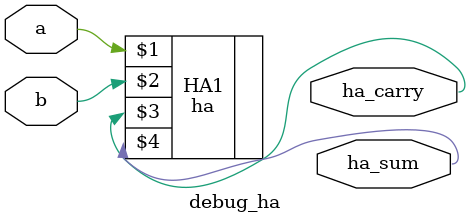
<source format=v>
module debug_ha(
    input a, b,
    output ha_carry, ha_sum
);

    ha HA1(a, b, ha_carry, ha_sum);

endmodule

</source>
